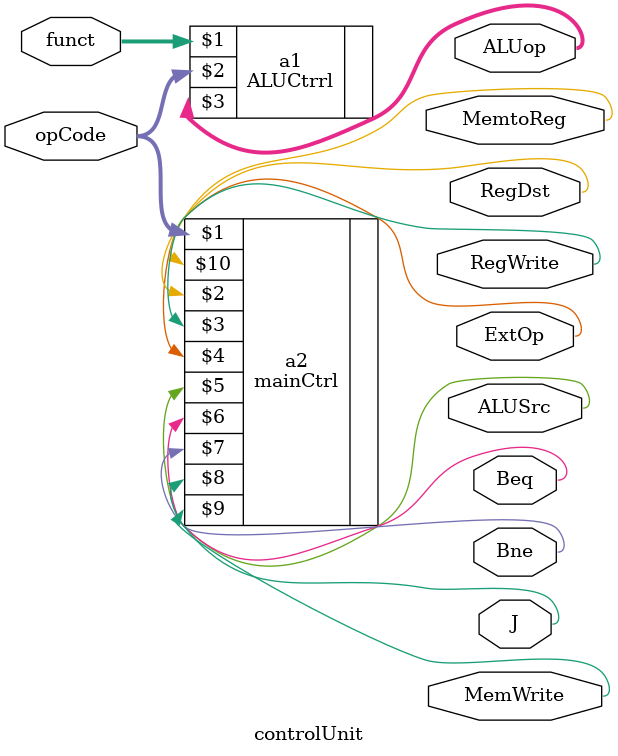
<source format=v>
`timescale 1ns / 1ps
module controlUnit(
   input [4:0] opCode,
	input [2:0] funct,
	output RegDst,  RegWrite, ExtOp, ALUSrc,  Beq, Bne,J,  MemWrite,  MemtoReg,
	output [2:0] ALUop
    );

 ALUCtrrl a1( funct, opCode,ALUop);
 
 mainCtrl a2( opCode,  RegDst,  RegWrite, ExtOp, ALUSrc,  Beq, Bne, J,  MemWrite,  MemtoReg);
 
endmodule

</source>
